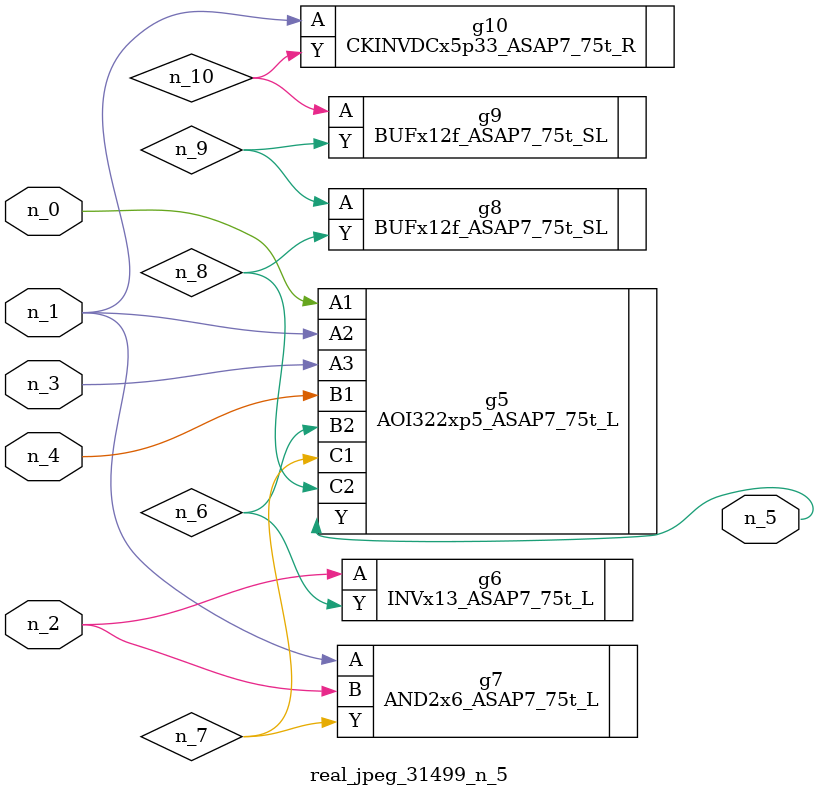
<source format=v>
module real_jpeg_31499_n_5 (n_4, n_0, n_1, n_2, n_3, n_5);

input n_4;
input n_0;
input n_1;
input n_2;
input n_3;

output n_5;

wire n_8;
wire n_6;
wire n_7;
wire n_10;
wire n_9;

AOI322xp5_ASAP7_75t_L g5 ( 
.A1(n_0),
.A2(n_1),
.A3(n_3),
.B1(n_4),
.B2(n_6),
.C1(n_7),
.C2(n_8),
.Y(n_5)
);

AND2x6_ASAP7_75t_L g7 ( 
.A(n_1),
.B(n_2),
.Y(n_7)
);

CKINVDCx5p33_ASAP7_75t_R g10 ( 
.A(n_1),
.Y(n_10)
);

INVx13_ASAP7_75t_L g6 ( 
.A(n_2),
.Y(n_6)
);

BUFx12f_ASAP7_75t_SL g8 ( 
.A(n_9),
.Y(n_8)
);

BUFx12f_ASAP7_75t_SL g9 ( 
.A(n_10),
.Y(n_9)
);


endmodule
</source>
